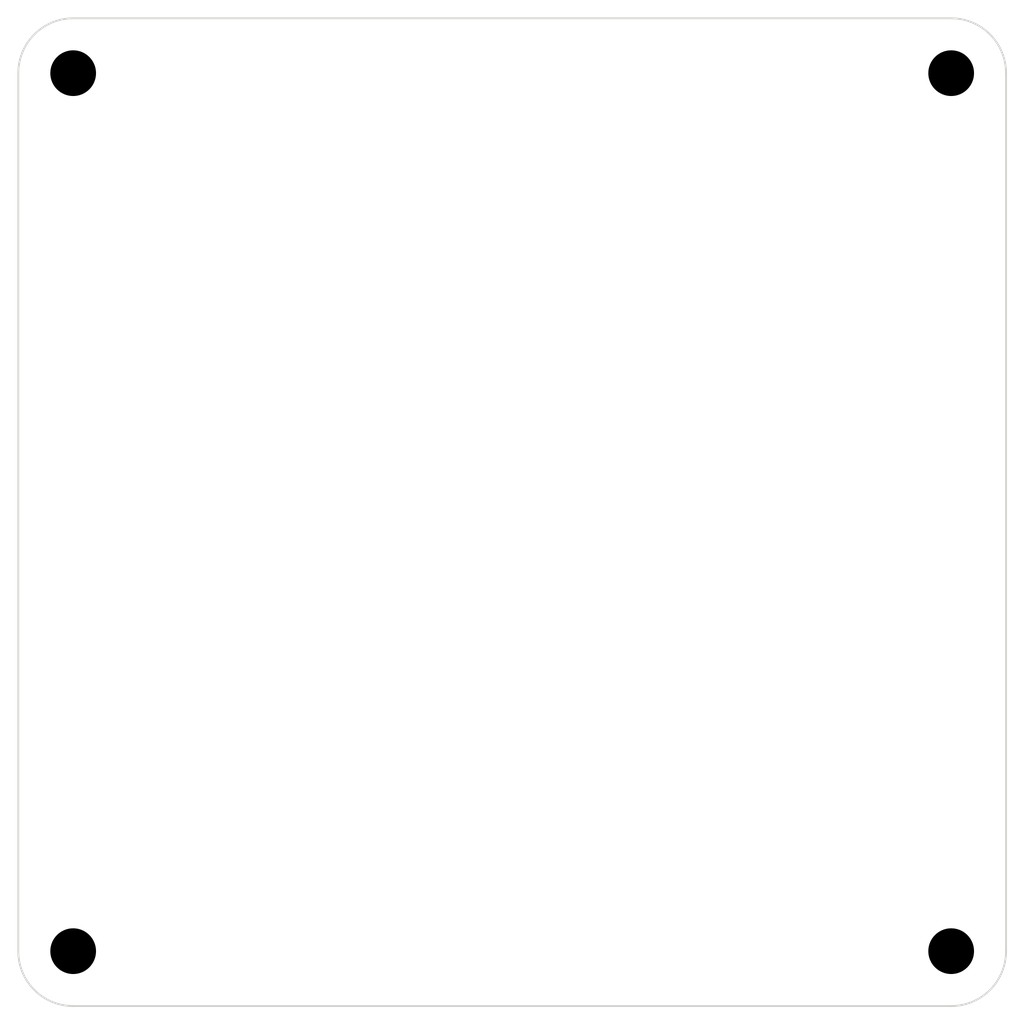
<source format=kicad_pcb>
(kicad_pcb (version 20241229) (generator "pcbnew") (generator_version "9.0")
  (title_block (title "Project name") (date "2022-02-19") (rev "1") (comment 1 "PCA number") (comment 2 "PCB number"))
  (layers (0 "F.Cu" signal) (2 "B.Cu" signal) (13 "F.Paste" user) (15 "B.Paste" user) (5 "F.SilkS" user "F.Silkscreen") (7 "B.SilkS" user "B.Silkscreen") (1 "F.Mask" user) (3 "B.Mask" user) (25 "Edge.Cuts" user))
  (net 0 "")
  (net 1 "GND")
  (footprint "lily_footprints:mec_hole_2.5mm_spacer_snap_in_4.6x4mm_npth" (layer "F.Cu") (at 130 62)
    (property "Reference" "M1002" (hide yes))
    (property "Value" "spacer snap in 4.6x4mm" (hide yes))
    (pad "" np_thru_hole circle (at 0 0) (size 4.6 4.6) (drill 2.5) (layers "*.Mask"))
  )
  (footprint "lily_footprints:mec_hole_2.5mm_spacer_snap_in_4.6x4mm_npth" (layer "F.Cu") (at 178 62)
    (property "Reference" "M1003" (hide yes))
    (property "Value" "spacer snap in 4.6x4mm" (hide yes))
    (pad "" np_thru_hole circle (at 0 0) (size 4.6 4.6) (drill 2.5) (layers "*.Mask"))
  )
  (footprint "lily_footprints:mec_hole_2.5mm_spacer_snap_in_4.6x4mm_npth" (layer "F.Cu") (at 130 110)
    (property "Reference" "M1001" (hide yes))
    (property "Value" "spacer snap in 4.6x4mm" (hide yes))
    (pad "" np_thru_hole circle (at 0 0) (size 4.6 4.6) (drill 2.5) (layers "*.Mask"))
  )
  (footprint "lily_footprints:mec_hole_2.5mm_spacer_snap_in_4.6x4mm_npth" (layer "F.Cu") (at 178 110)
    (property "Reference" "M1004" (hide yes))
    (property "Value" "spacer snap in 4.6x4mm" (hide yes))
    (pad "" np_thru_hole circle (at 0 0) (size 4.6 4.6) (drill 2.5) (layers "*.Mask"))
  )
  (gr_line (start 181 110) (end 181 62) (stroke (width 0.1)) (layer "Edge.Cuts"))
  (gr_line (start 127 62) (end 127 110) (stroke (width 0.1)) (layer "Edge.Cuts"))
  (gr_arc (start 130 113) (mid 127.87868 112.12132) (end 127 110) (stroke (width 0.1)) (layer "Edge.Cuts"))
  (gr_arc (start 181 110) (mid 180.12132 112.12132) (end 178 113) (stroke (width 0.1)) (layer "Edge.Cuts"))
  (gr_line (start 178 59) (end 130 59) (stroke (width 0.1)) (layer "Edge.Cuts"))
  (gr_line (start 130 113) (end 178 113) (stroke (width 0.1)) (layer "Edge.Cuts"))
  (gr_arc (start 178 59) (mid 180.12132 59.87868) (end 181 62) (stroke (width 0.1)) (layer "Edge.Cuts"))
  (gr_arc (start 127 62) (mid 127.87868 59.87868) (end 130 59) (stroke (width 0.1)) (layer "Edge.Cuts"))
)
</source>
